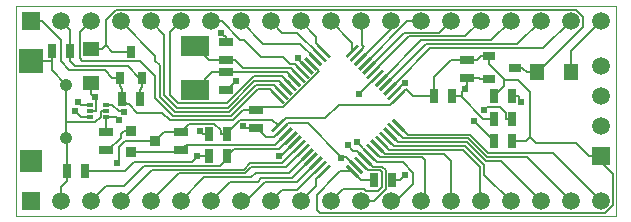
<source format=gbl>
G04 (created by PCBNEW (2013-07-07 BZR 4022)-stable) date 21/01/2015 21:28:15*
%MOIN*%
G04 Gerber Fmt 3.4, Leading zero omitted, Abs format*
%FSLAX34Y34*%
G01*
G70*
G90*
G04 APERTURE LIST*
%ADD10C,0.00590551*%
%ADD11C,0.00393701*%
%ADD12R,0.045X0.025*%
%ADD13R,0.036X0.036*%
%ADD14R,0.025X0.045*%
%ADD15R,0.0590551X0.0590551*%
%ADD16C,0.0590551*%
%ADD17R,0.0827X0.0827*%
%ADD18R,0.0748X0.0748*%
%ADD19C,0.0413*%
%ADD20R,0.0512X0.0551*%
%ADD21R,0.0551X0.0512*%
%ADD22R,0.0394X0.0315*%
%ADD23R,0.019685X0.011811*%
%ADD24R,0.0315X0.0394*%
%ADD25R,0.0944882X0.0669291*%
%ADD26C,0.024*%
%ADD27C,0.006*%
G04 APERTURE END LIST*
G54D10*
G54D11*
X0Y7000D02*
X0Y0D01*
X20000Y7000D02*
X0Y7000D01*
X20000Y0D02*
X20000Y7000D01*
X0Y0D02*
X20000Y0D01*
G54D12*
X7000Y4800D03*
X7000Y4200D03*
X7000Y5200D03*
X7000Y5800D03*
G54D10*
G36*
X8588Y4202D02*
X8977Y3813D01*
X8903Y3739D01*
X8514Y4128D01*
X8588Y4202D01*
X8588Y4202D01*
G37*
G36*
X10989Y5346D02*
X11378Y5735D01*
X11452Y5661D01*
X11063Y5272D01*
X10989Y5346D01*
X10989Y5346D01*
G37*
G36*
X12911Y2797D02*
X12522Y3186D01*
X12596Y3260D01*
X12985Y2871D01*
X12911Y2797D01*
X12911Y2797D01*
G37*
G36*
X10047Y1338D02*
X10436Y1727D01*
X10510Y1653D01*
X10121Y1264D01*
X10047Y1338D01*
X10047Y1338D01*
G37*
G36*
X8728Y4341D02*
X9116Y3952D01*
X9042Y3878D01*
X8653Y4267D01*
X8728Y4341D01*
X8728Y4341D01*
G37*
G36*
X11128Y5207D02*
X11517Y5596D01*
X11591Y5521D01*
X11202Y5133D01*
X11128Y5207D01*
X11128Y5207D01*
G37*
G36*
X12771Y2658D02*
X12383Y3047D01*
X12457Y3121D01*
X12846Y2732D01*
X12771Y2658D01*
X12771Y2658D01*
G37*
G36*
X9908Y1478D02*
X10297Y1866D01*
X10371Y1792D01*
X9982Y1403D01*
X9908Y1478D01*
X9908Y1478D01*
G37*
G36*
X8867Y4481D02*
X9256Y4092D01*
X9181Y4017D01*
X8793Y4406D01*
X8867Y4481D01*
X8867Y4481D01*
G37*
G36*
X11267Y5068D02*
X11656Y5456D01*
X11731Y5382D01*
X11342Y4993D01*
X11267Y5068D01*
X11267Y5068D01*
G37*
G36*
X12632Y2518D02*
X12243Y2907D01*
X12318Y2982D01*
X12706Y2593D01*
X12632Y2518D01*
X12632Y2518D01*
G37*
G36*
X9768Y1617D02*
X10157Y2006D01*
X10232Y1931D01*
X9843Y1543D01*
X9768Y1617D01*
X9768Y1617D01*
G37*
G36*
X9006Y4620D02*
X9395Y4231D01*
X9321Y4157D01*
X8932Y4546D01*
X9006Y4620D01*
X9006Y4620D01*
G37*
G36*
X11407Y4928D02*
X11796Y5317D01*
X11870Y5243D01*
X11481Y4854D01*
X11407Y4928D01*
X11407Y4928D01*
G37*
G36*
X12493Y2379D02*
X12104Y2768D01*
X12178Y2842D01*
X12567Y2453D01*
X12493Y2379D01*
X12493Y2379D01*
G37*
G36*
X9629Y1756D02*
X10018Y2145D01*
X10092Y2071D01*
X9703Y1682D01*
X9629Y1756D01*
X9629Y1756D01*
G37*
G36*
X9145Y4759D02*
X9534Y4370D01*
X9460Y4296D01*
X9071Y4685D01*
X9145Y4759D01*
X9145Y4759D01*
G37*
G36*
X11546Y4789D02*
X11935Y5178D01*
X12009Y5104D01*
X11620Y4715D01*
X11546Y4789D01*
X11546Y4789D01*
G37*
G36*
X12354Y2240D02*
X11965Y2629D01*
X12039Y2703D01*
X12428Y2314D01*
X12354Y2240D01*
X12354Y2240D01*
G37*
G36*
X9490Y1895D02*
X9879Y2284D01*
X9953Y2210D01*
X9564Y1821D01*
X9490Y1895D01*
X9490Y1895D01*
G37*
G36*
X9285Y4899D02*
X9674Y4510D01*
X9599Y4435D01*
X9210Y4824D01*
X9285Y4899D01*
X9285Y4899D01*
G37*
G36*
X11685Y4650D02*
X12074Y5039D01*
X12149Y4964D01*
X11760Y4575D01*
X11685Y4650D01*
X11685Y4650D01*
G37*
G36*
X12214Y2100D02*
X11825Y2489D01*
X11900Y2564D01*
X12289Y2175D01*
X12214Y2100D01*
X12214Y2100D01*
G37*
G36*
X9350Y2035D02*
X9739Y2424D01*
X9814Y2349D01*
X9425Y1960D01*
X9350Y2035D01*
X9350Y2035D01*
G37*
G36*
X9424Y5038D02*
X9813Y4649D01*
X9739Y4575D01*
X9350Y4964D01*
X9424Y5038D01*
X9424Y5038D01*
G37*
G36*
X11825Y4510D02*
X12214Y4899D01*
X12288Y4825D01*
X11899Y4436D01*
X11825Y4510D01*
X11825Y4510D01*
G37*
G36*
X12075Y1961D02*
X11686Y2350D01*
X11760Y2424D01*
X12149Y2035D01*
X12075Y1961D01*
X12075Y1961D01*
G37*
G36*
X9211Y2174D02*
X9600Y2563D01*
X9674Y2489D01*
X9285Y2100D01*
X9211Y2174D01*
X9211Y2174D01*
G37*
G36*
X9563Y5177D02*
X9952Y4788D01*
X9878Y4714D01*
X9489Y5103D01*
X9563Y5177D01*
X9563Y5177D01*
G37*
G36*
X11964Y4371D02*
X12353Y4760D01*
X12427Y4686D01*
X12038Y4297D01*
X11964Y4371D01*
X11964Y4371D01*
G37*
G36*
X11936Y1822D02*
X11547Y2211D01*
X11621Y2285D01*
X12010Y1896D01*
X11936Y1822D01*
X11936Y1822D01*
G37*
G36*
X9072Y2313D02*
X9461Y2702D01*
X9535Y2628D01*
X9146Y2239D01*
X9072Y2313D01*
X9072Y2313D01*
G37*
G36*
X9703Y5316D02*
X10092Y4928D01*
X10017Y4853D01*
X9628Y5242D01*
X9703Y5316D01*
X9703Y5316D01*
G37*
G36*
X12103Y4232D02*
X12492Y4621D01*
X12566Y4546D01*
X12178Y4157D01*
X12103Y4232D01*
X12103Y4232D01*
G37*
G36*
X11796Y1683D02*
X11407Y2071D01*
X11482Y2146D01*
X11871Y1757D01*
X11796Y1683D01*
X11796Y1683D01*
G37*
G36*
X8933Y2453D02*
X9321Y2842D01*
X9396Y2767D01*
X9007Y2378D01*
X8933Y2453D01*
X8933Y2453D01*
G37*
G36*
X9842Y5456D02*
X10231Y5067D01*
X10157Y4993D01*
X9768Y5381D01*
X9842Y5456D01*
X9842Y5456D01*
G37*
G36*
X12243Y4092D02*
X12631Y4481D01*
X12706Y4407D01*
X12317Y4018D01*
X12243Y4092D01*
X12243Y4092D01*
G37*
G36*
X11657Y1543D02*
X11268Y1932D01*
X11342Y2006D01*
X11731Y1618D01*
X11657Y1543D01*
X11657Y1543D01*
G37*
G36*
X8793Y2592D02*
X9182Y2981D01*
X9256Y2907D01*
X8868Y2518D01*
X8793Y2592D01*
X8793Y2592D01*
G37*
G36*
X9981Y5595D02*
X10370Y5206D01*
X10296Y5132D01*
X9907Y5521D01*
X9981Y5595D01*
X9981Y5595D01*
G37*
G36*
X12382Y3953D02*
X12771Y4342D01*
X12845Y4268D01*
X12456Y3879D01*
X12382Y3953D01*
X12382Y3953D01*
G37*
G36*
X11518Y1404D02*
X11129Y1793D01*
X11203Y1867D01*
X11592Y1478D01*
X11518Y1404D01*
X11518Y1404D01*
G37*
G36*
X8654Y2731D02*
X9043Y3120D01*
X9117Y3046D01*
X8728Y2657D01*
X8654Y2731D01*
X8654Y2731D01*
G37*
G36*
X10121Y5734D02*
X10509Y5345D01*
X10435Y5271D01*
X10046Y5660D01*
X10121Y5734D01*
X10121Y5734D01*
G37*
G36*
X12521Y3814D02*
X12910Y4203D01*
X12984Y4128D01*
X12595Y3740D01*
X12521Y3814D01*
X12521Y3814D01*
G37*
G36*
X11378Y1265D02*
X10990Y1654D01*
X11064Y1728D01*
X11453Y1339D01*
X11378Y1265D01*
X11378Y1265D01*
G37*
G36*
X8515Y2871D02*
X8904Y3259D01*
X8978Y3185D01*
X8589Y2796D01*
X8515Y2871D01*
X8515Y2871D01*
G37*
G54D13*
X3850Y2850D03*
X3850Y2150D03*
X4650Y2500D03*
G54D14*
X7050Y2000D03*
X6450Y2000D03*
G54D12*
X15050Y5200D03*
X15050Y4600D03*
G54D14*
X13950Y4000D03*
X14550Y4000D03*
X11950Y1200D03*
X12550Y1200D03*
X7050Y2750D03*
X6450Y2750D03*
G54D12*
X8000Y3550D03*
X8000Y2950D03*
G54D14*
X15950Y4000D03*
X16550Y4000D03*
G54D12*
X3000Y2200D03*
X3000Y2800D03*
G54D14*
X2300Y1500D03*
X1700Y1500D03*
X16550Y2500D03*
X15950Y2500D03*
X16550Y3250D03*
X15950Y3250D03*
G54D15*
X19500Y2000D03*
G54D16*
X19500Y3000D03*
X19500Y4000D03*
X19500Y5000D03*
G54D15*
X500Y500D03*
G54D16*
X1500Y500D03*
X2500Y500D03*
X3500Y500D03*
X4500Y500D03*
X5500Y500D03*
X6500Y500D03*
X7500Y500D03*
X8500Y500D03*
X9500Y500D03*
X10500Y500D03*
X11500Y500D03*
X12500Y500D03*
X13499Y500D03*
X14500Y500D03*
X15500Y500D03*
X16500Y500D03*
X17500Y500D03*
X18500Y500D03*
X19500Y500D03*
G54D15*
X500Y6500D03*
G54D16*
X1500Y6500D03*
X2500Y6500D03*
X3500Y6500D03*
X4500Y6500D03*
X5500Y6500D03*
X6500Y6500D03*
X7500Y6500D03*
X8500Y6500D03*
X9500Y6500D03*
X10500Y6500D03*
X11500Y6500D03*
X12500Y6500D03*
X13499Y6500D03*
X14500Y6500D03*
X15500Y6500D03*
X16500Y6500D03*
X17500Y6500D03*
X18500Y6500D03*
X19500Y6500D03*
G54D17*
X500Y5173D03*
G54D18*
X500Y1827D03*
G54D19*
X1681Y2614D03*
X1681Y4386D03*
G54D20*
X17379Y4800D03*
X18521Y4800D03*
G54D21*
X2500Y5571D03*
X2500Y4429D03*
G54D14*
X1200Y5500D03*
X1800Y5500D03*
G54D22*
X16633Y4950D03*
X15767Y5325D03*
X15767Y4575D03*
G54D23*
X3025Y3500D03*
X3025Y3696D03*
X2474Y3696D03*
X3025Y3303D03*
X2474Y3500D03*
X2474Y3303D03*
G54D24*
X3850Y5483D03*
X3475Y4617D03*
X4225Y4617D03*
G54D14*
X3550Y3900D03*
X4150Y3900D03*
G54D25*
X5983Y4200D03*
X5983Y5657D03*
G54D12*
X5500Y2800D03*
X5500Y2200D03*
G54D26*
X9411Y5283D03*
X6030Y2000D03*
X8780Y2000D03*
X11080Y2360D03*
X3443Y3198D03*
X11370Y2460D03*
X3623Y3478D03*
X11454Y4065D03*
X2635Y3987D03*
X15272Y3184D03*
X12980Y1380D03*
X10840Y1950D03*
X7333Y4488D03*
X7595Y2996D03*
X14994Y4243D03*
X6141Y2854D03*
X12966Y4441D03*
X6838Y6111D03*
X15618Y3527D03*
X1991Y3500D03*
X2065Y3801D03*
X16856Y3814D03*
X3370Y1770D03*
G54D27*
X3765Y3744D02*
X3705Y3744D01*
X7595Y3550D02*
X7253Y3208D01*
X7253Y3208D02*
X5133Y3208D01*
X5133Y3208D02*
X4892Y3450D01*
X4892Y3450D02*
X4060Y3450D01*
X3765Y3744D02*
X4060Y3450D01*
X8000Y3550D02*
X7595Y3550D01*
X3705Y3744D02*
X3550Y3900D01*
X8070Y3635D02*
X8926Y3635D01*
X3475Y4617D02*
X3475Y4329D01*
X500Y6500D02*
X885Y6500D01*
X3475Y4617D02*
X3227Y4617D01*
X3550Y4254D02*
X3550Y3900D01*
X3475Y4329D02*
X3550Y4254D01*
X2979Y4864D02*
X3227Y4617D01*
X1795Y4864D02*
X2979Y4864D01*
X1500Y5159D02*
X1795Y4864D01*
X1500Y5885D02*
X1500Y5159D01*
X885Y6500D02*
X1500Y5885D01*
X8000Y3550D02*
X8000Y3455D01*
X8000Y3455D02*
X8000Y3450D01*
X8926Y3635D02*
X10118Y4827D01*
X8000Y3455D02*
X8070Y3635D01*
X9860Y5085D02*
X10118Y4827D01*
X9721Y4946D02*
X9462Y5204D01*
X9411Y5283D02*
X9462Y5231D01*
X9462Y5231D02*
X9462Y5204D01*
X4225Y4290D02*
X4225Y4617D01*
X4150Y4215D02*
X4225Y4290D01*
X4150Y3900D02*
X4150Y4215D01*
X1800Y6200D02*
X1800Y5500D01*
X1500Y6500D02*
X1800Y6200D01*
X3737Y5002D02*
X4122Y4617D01*
X1982Y5002D02*
X3737Y5002D01*
X1800Y5184D02*
X1982Y5002D01*
X1800Y5500D02*
X1800Y5184D01*
X4225Y4617D02*
X4122Y4617D01*
X6030Y2000D02*
X6030Y1970D01*
X3945Y1805D02*
X3640Y1500D01*
X3640Y1500D02*
X2300Y1500D01*
X5865Y1805D02*
X3945Y1805D01*
X6030Y1970D02*
X5865Y1805D01*
X6030Y2000D02*
X6450Y2000D01*
X8780Y2000D02*
X8832Y2000D01*
X8832Y2000D02*
X9303Y2471D01*
X13819Y5595D02*
X12732Y4508D01*
X17595Y5595D02*
X13819Y5595D01*
X18500Y6500D02*
X17595Y5595D01*
X12474Y4250D02*
X12732Y4508D01*
X16729Y5729D02*
X17500Y6500D01*
X13675Y5729D02*
X16729Y5729D01*
X12335Y4389D02*
X13675Y5729D01*
X9388Y6114D02*
X10139Y5363D01*
X8885Y6114D02*
X9388Y6114D01*
X8500Y6500D02*
X8885Y6114D01*
X9481Y5743D02*
X9999Y5224D01*
X8256Y5743D02*
X9481Y5743D01*
X7500Y6500D02*
X8256Y5743D01*
X5150Y4160D02*
X5150Y4022D01*
X5150Y4160D02*
X5150Y6150D01*
X5500Y6500D02*
X5150Y6150D01*
X8886Y4666D02*
X9163Y4388D01*
X8407Y4666D02*
X8886Y4666D01*
X8407Y4666D02*
X7946Y4666D01*
X7049Y3768D02*
X7946Y4666D01*
X5403Y3768D02*
X7049Y3768D01*
X5150Y4022D02*
X5403Y3768D01*
X8767Y4508D02*
X8766Y4507D01*
X7958Y4508D02*
X8767Y4508D01*
X7068Y3618D02*
X7958Y4508D01*
X5363Y3618D02*
X7068Y3618D01*
X4950Y4032D02*
X5363Y3618D01*
X4950Y6050D02*
X4950Y4032D01*
X4500Y6500D02*
X4950Y6050D01*
X9024Y4249D02*
X8766Y4507D01*
X8885Y4110D02*
X8627Y4368D01*
X8630Y4372D02*
X8627Y4368D01*
X8022Y4372D02*
X8630Y4372D01*
X7118Y3468D02*
X8022Y4372D01*
X5303Y3468D02*
X7118Y3468D01*
X4800Y3972D02*
X5303Y3468D01*
X4800Y5030D02*
X4800Y3972D01*
X4646Y5183D02*
X4800Y5030D01*
X4646Y5353D02*
X4646Y5183D01*
X3500Y6500D02*
X4646Y5353D01*
X8871Y1759D02*
X9443Y2331D01*
X7813Y1759D02*
X8871Y1759D01*
X7604Y1550D02*
X7813Y1759D01*
X4550Y1550D02*
X7604Y1550D01*
X3500Y500D02*
X4550Y1550D01*
X5430Y1430D02*
X4500Y500D01*
X9582Y2192D02*
X9021Y1631D01*
X9021Y1631D02*
X7855Y1631D01*
X7855Y1631D02*
X7653Y1430D01*
X7653Y1430D02*
X5430Y1430D01*
X9120Y1451D02*
X9721Y2053D01*
X8015Y1451D02*
X9120Y1451D01*
X7854Y1290D02*
X8015Y1451D01*
X6290Y1290D02*
X7854Y1290D01*
X5500Y500D02*
X6290Y1290D01*
X9218Y1271D02*
X9861Y1913D01*
X8186Y1271D02*
X9218Y1271D01*
X8066Y1151D02*
X8186Y1271D01*
X7151Y1151D02*
X8066Y1151D01*
X6500Y500D02*
X7151Y1151D01*
X9377Y1151D02*
X10000Y1774D01*
X8321Y1151D02*
X9377Y1151D01*
X7669Y500D02*
X8321Y1151D01*
X7500Y500D02*
X7669Y500D01*
X13529Y5862D02*
X12196Y4528D01*
X15862Y5862D02*
X13529Y5862D01*
X16500Y6500D02*
X15862Y5862D01*
X9389Y885D02*
X10139Y1635D01*
X8885Y885D02*
X9389Y885D01*
X8500Y500D02*
X8885Y885D01*
X10020Y1020D02*
X10020Y1237D01*
X9500Y500D02*
X10020Y1020D01*
X10279Y1496D02*
X10020Y1237D01*
X11500Y1775D02*
X11500Y1759D01*
X10920Y920D02*
X10500Y500D01*
X11600Y920D02*
X10920Y920D01*
X11670Y850D02*
X11600Y920D01*
X12090Y850D02*
X11670Y850D01*
X12200Y960D02*
X12090Y850D01*
X12200Y1460D02*
X12200Y960D01*
X12130Y1530D02*
X12200Y1460D01*
X11730Y1530D02*
X12130Y1530D01*
X11500Y1759D02*
X11730Y1530D01*
X11500Y500D02*
X11930Y500D01*
X11904Y1650D02*
X11639Y1914D01*
X12209Y1650D02*
X11904Y1650D01*
X12330Y1530D02*
X12209Y1650D01*
X12330Y900D02*
X12330Y1530D01*
X11930Y500D02*
X12330Y900D01*
X3025Y3303D02*
X3025Y2825D01*
X3025Y2825D02*
X3000Y2800D01*
X11080Y2360D02*
X11260Y2180D01*
X11260Y2180D02*
X11374Y2180D01*
X11639Y1914D02*
X11374Y2180D01*
X3339Y3303D02*
X3025Y3303D01*
X3443Y3198D02*
X3339Y3303D01*
X11778Y2053D02*
X11786Y2053D01*
X12680Y500D02*
X12500Y500D01*
X13250Y1070D02*
X12680Y500D01*
X13250Y1450D02*
X13250Y1070D01*
X12910Y1790D02*
X13250Y1450D01*
X12050Y1790D02*
X12910Y1790D01*
X11786Y2053D02*
X12050Y1790D01*
X11370Y2460D02*
X11776Y2053D01*
X11778Y2053D02*
X11776Y2053D01*
X3225Y3696D02*
X3025Y3696D01*
X3433Y3488D02*
X3225Y3696D01*
X3613Y3488D02*
X3433Y3488D01*
X3623Y3478D02*
X3613Y3488D01*
X11918Y2193D02*
X11918Y2191D01*
X13630Y630D02*
X13499Y500D01*
X13630Y1860D02*
X13630Y630D01*
X13530Y1959D02*
X13630Y1860D01*
X12150Y1959D02*
X13530Y1959D01*
X11918Y2191D02*
X12150Y1959D01*
X12057Y2332D02*
X12057Y2322D01*
X14500Y1850D02*
X14500Y500D01*
X14270Y2080D02*
X14500Y1850D01*
X12300Y2080D02*
X14270Y2080D01*
X12057Y2322D02*
X12300Y2080D01*
X12196Y2471D02*
X12198Y2471D01*
X15480Y520D02*
X15500Y500D01*
X15480Y1650D02*
X15480Y520D01*
X14920Y2210D02*
X15480Y1650D01*
X12460Y2210D02*
X14920Y2210D01*
X12198Y2471D02*
X12460Y2210D01*
X12336Y2611D02*
X12336Y2603D01*
X15620Y1380D02*
X16500Y500D01*
X15620Y1700D02*
X15620Y1380D01*
X14980Y2339D02*
X15620Y1700D01*
X12600Y2339D02*
X14980Y2339D01*
X12336Y2603D02*
X12600Y2339D01*
X12475Y2750D02*
X12475Y2744D01*
X16170Y1830D02*
X17500Y500D01*
X15670Y1830D02*
X16170Y1830D01*
X15040Y2460D02*
X15670Y1830D01*
X12760Y2460D02*
X15040Y2460D01*
X12475Y2744D02*
X12760Y2460D01*
X13104Y5994D02*
X11917Y4807D01*
X14994Y5994D02*
X13104Y5994D01*
X15500Y6500D02*
X14994Y5994D01*
X12614Y2889D02*
X12620Y2889D01*
X17030Y1970D02*
X18500Y500D01*
X15710Y1970D02*
X17030Y1970D01*
X15090Y2590D02*
X15710Y1970D01*
X12920Y2590D02*
X15090Y2590D01*
X12620Y2889D02*
X12920Y2590D01*
X12753Y3029D02*
X12760Y3029D01*
X17900Y2100D02*
X19500Y500D01*
X15760Y2100D02*
X17900Y2100D01*
X15140Y2720D02*
X15760Y2100D01*
X13070Y2720D02*
X15140Y2720D01*
X12760Y3029D02*
X13070Y2720D01*
X8780Y2230D02*
X7280Y2230D01*
X7280Y2230D02*
X7050Y2000D01*
X9164Y2610D02*
X9160Y2610D01*
X9160Y2610D02*
X8780Y2230D01*
X7050Y2000D02*
X7050Y1910D01*
X3020Y1020D02*
X2500Y500D01*
X3610Y1020D02*
X3020Y1020D01*
X4270Y1680D02*
X3610Y1020D01*
X6819Y1680D02*
X4270Y1680D01*
X7050Y1910D02*
X6819Y1680D01*
X12056Y4668D02*
X11454Y4065D01*
X12946Y6114D02*
X11778Y4946D01*
X14114Y6114D02*
X12946Y6114D01*
X14500Y6500D02*
X14114Y6114D01*
X13052Y6500D02*
X11638Y5086D01*
X13500Y6500D02*
X13052Y6500D01*
X12500Y6225D02*
X11499Y5225D01*
X12500Y6500D02*
X12500Y6225D01*
X11547Y5694D02*
X11618Y5622D01*
X11547Y6452D02*
X11547Y5694D01*
X11500Y6500D02*
X11547Y6452D01*
X11360Y5364D02*
X11618Y5622D01*
X11220Y5779D02*
X11220Y5503D01*
X10500Y6500D02*
X11220Y5779D01*
X10020Y5979D02*
X10020Y5761D01*
X9500Y6500D02*
X10020Y5979D01*
X10278Y5503D02*
X10020Y5761D01*
X3850Y2150D02*
X5450Y2150D01*
X5450Y2150D02*
X5500Y2200D01*
X5871Y2363D02*
X5663Y2363D01*
X5871Y2363D02*
X8639Y2363D01*
X9025Y2749D02*
X8639Y2363D01*
X5663Y2363D02*
X5500Y2200D01*
X8746Y3970D02*
X8487Y4229D01*
X8079Y4229D02*
X8487Y4229D01*
X7188Y3338D02*
X8079Y4229D01*
X5253Y3338D02*
X7188Y3338D01*
X4650Y3942D02*
X5253Y3338D01*
X4650Y4673D02*
X4650Y3942D01*
X4141Y5182D02*
X4650Y4673D01*
X2229Y5182D02*
X4141Y5182D01*
X2134Y5277D02*
X2229Y5182D01*
X2134Y6134D02*
X2134Y5277D01*
X2500Y6500D02*
X2134Y6134D01*
X2474Y3500D02*
X2690Y3500D01*
X2500Y4429D02*
X2500Y4082D01*
X2615Y3967D02*
X2635Y3987D01*
X2690Y3892D02*
X2615Y3967D01*
X2690Y3500D02*
X2690Y3892D01*
X2615Y3967D02*
X2500Y4082D01*
X15522Y2934D02*
X15522Y2927D01*
X15522Y2934D02*
X15272Y3184D01*
X15522Y2927D02*
X15950Y2500D01*
X6866Y6500D02*
X6500Y6500D01*
X7493Y5873D02*
X6866Y6500D01*
X7606Y5873D02*
X7493Y5873D01*
X8185Y5294D02*
X7606Y5873D01*
X8913Y5294D02*
X8185Y5294D01*
X9143Y5064D02*
X8913Y5294D01*
X9323Y5064D02*
X9143Y5064D01*
X9323Y5064D02*
X9323Y5064D01*
X9452Y4935D02*
X9323Y5064D01*
X9452Y4935D02*
X9581Y4806D01*
X12550Y1200D02*
X12800Y1200D01*
X12800Y1200D02*
X12980Y1380D01*
X10840Y1950D02*
X10840Y1980D01*
X10840Y1980D02*
X9730Y3090D01*
X11027Y1970D02*
X11360Y1636D01*
X10860Y1970D02*
X11027Y1970D01*
X10840Y1950D02*
X10860Y1970D01*
X8627Y2630D02*
X8353Y2630D01*
X8886Y2889D02*
X8756Y2759D01*
X8756Y2759D02*
X8627Y2630D01*
X8000Y2984D02*
X8000Y2950D01*
X8000Y2984D02*
X8295Y2689D01*
X8353Y2630D02*
X8295Y2689D01*
X9610Y3090D02*
X9087Y3090D01*
X9087Y3090D02*
X8886Y2889D01*
X9730Y3090D02*
X9610Y3090D01*
X11360Y1636D02*
X11360Y1639D01*
X7000Y4200D02*
X7045Y4200D01*
X7045Y4200D02*
X7333Y4488D01*
X8000Y2950D02*
X7641Y2950D01*
X7641Y2950D02*
X7595Y2996D01*
X6450Y2750D02*
X6234Y2750D01*
X6141Y2854D02*
X6234Y2760D01*
X6234Y2760D02*
X6234Y2750D01*
X1500Y984D02*
X1500Y500D01*
X1700Y1184D02*
X1500Y984D01*
X1700Y1500D02*
X1700Y1184D01*
X1700Y2595D02*
X1700Y1500D01*
X1680Y2614D02*
X1700Y2595D01*
X3025Y3500D02*
X2837Y3500D01*
X2837Y3317D02*
X2837Y3500D01*
X2660Y3140D02*
X2837Y3317D01*
X1680Y3140D02*
X2660Y3140D01*
X1680Y2614D02*
X1680Y3140D01*
X15454Y4600D02*
X15479Y4575D01*
X15050Y4600D02*
X15454Y4600D01*
X15767Y4575D02*
X15479Y4575D01*
X15050Y4600D02*
X15050Y4384D01*
X1015Y5184D02*
X1003Y5172D01*
X1200Y5184D02*
X1015Y5184D01*
X500Y5172D02*
X1003Y5172D01*
X1200Y5500D02*
X1200Y5184D01*
X1680Y3140D02*
X1680Y4385D01*
X1200Y4866D02*
X1200Y5184D01*
X1680Y4385D02*
X1200Y4866D01*
X7000Y5800D02*
X7000Y6015D01*
X14550Y4000D02*
X14765Y4000D01*
X14994Y4329D02*
X15050Y4384D01*
X14994Y4243D02*
X14994Y4329D01*
X14879Y4000D02*
X14765Y4000D01*
X14879Y4128D02*
X14879Y4000D01*
X14994Y4243D02*
X14879Y4128D01*
X15590Y3250D02*
X15950Y3250D01*
X14879Y3960D02*
X15590Y3250D01*
X14879Y4000D02*
X14879Y3960D01*
X12944Y4441D02*
X12966Y4441D01*
X12613Y4110D02*
X12944Y4441D01*
X6934Y6015D02*
X7000Y6015D01*
X6838Y6111D02*
X6934Y6015D01*
X16550Y3250D02*
X16334Y3250D01*
X15720Y3630D02*
X15618Y3527D01*
X16150Y3630D02*
X15720Y3630D01*
X16334Y3445D02*
X16150Y3630D01*
X16334Y3250D02*
X16334Y3445D01*
X3000Y2200D02*
X3090Y2200D01*
X3610Y2850D02*
X3850Y2850D01*
X3510Y2750D02*
X3610Y2850D01*
X3510Y2620D02*
X3510Y2750D01*
X3090Y2200D02*
X3510Y2620D01*
X7000Y4800D02*
X6533Y4800D01*
X6533Y4800D02*
X5983Y4200D01*
X8126Y4800D02*
X9031Y4800D01*
X8126Y4800D02*
X7315Y4800D01*
X7000Y4800D02*
X7315Y4800D01*
X9031Y4800D02*
X9303Y4528D01*
X7000Y5200D02*
X6450Y5200D01*
X6450Y5200D02*
X5983Y5657D01*
X9184Y4925D02*
X7589Y4925D01*
X9442Y4667D02*
X9184Y4925D01*
X7315Y5200D02*
X7000Y5200D01*
X7315Y5200D02*
X7431Y5083D01*
X9184Y4925D02*
X9184Y4925D01*
X7589Y4925D02*
X7431Y5083D01*
X2188Y3303D02*
X1991Y3500D01*
X2474Y3303D02*
X2188Y3303D01*
X18912Y6333D02*
X18912Y6292D01*
X3000Y5705D02*
X3000Y6553D01*
X3000Y6553D02*
X3332Y6885D01*
X3332Y6885D02*
X18663Y6885D01*
X18663Y6885D02*
X18912Y6636D01*
X18912Y6636D02*
X18912Y6333D01*
X17420Y4800D02*
X17379Y4800D01*
X18912Y6292D02*
X17420Y4800D01*
X16920Y4912D02*
X17032Y4800D01*
X16920Y4950D02*
X16920Y4912D01*
X17379Y4800D02*
X17032Y4800D01*
X16632Y4950D02*
X16920Y4950D01*
X2500Y5570D02*
X2845Y5570D01*
X2865Y5570D02*
X3000Y5705D01*
X2845Y5570D02*
X2865Y5570D01*
X3222Y5482D02*
X3850Y5482D01*
X3000Y5705D02*
X3222Y5482D01*
X2169Y3696D02*
X2065Y3801D01*
X2474Y3696D02*
X2169Y3696D01*
X16550Y4000D02*
X16765Y4000D01*
X16765Y3906D02*
X16856Y3814D01*
X16765Y4000D02*
X16765Y3906D01*
X13950Y4000D02*
X13950Y4630D01*
X14520Y5200D02*
X15050Y5200D01*
X13950Y4630D02*
X14520Y5200D01*
X11500Y1220D02*
X11930Y1220D01*
X11223Y1496D02*
X11500Y1220D01*
X11221Y1496D02*
X11223Y1496D01*
X11930Y1220D02*
X11950Y1200D01*
X11221Y1496D02*
X10816Y1496D01*
X10816Y1496D02*
X10660Y1340D01*
X14356Y94D02*
X10145Y94D01*
X10145Y94D02*
X10030Y210D01*
X10030Y210D02*
X10030Y710D01*
X10030Y710D02*
X10660Y1340D01*
X19307Y2000D02*
X19905Y1401D01*
X19905Y1401D02*
X19905Y355D01*
X19905Y355D02*
X19644Y94D01*
X19644Y94D02*
X14356Y94D01*
X10763Y3713D02*
X11723Y3713D01*
X10326Y3276D02*
X10763Y3713D01*
X9845Y3276D02*
X10326Y3276D01*
X9845Y3276D02*
X9014Y3276D01*
X8746Y3028D02*
X8875Y3157D01*
X8875Y3157D02*
X9005Y3286D01*
X9014Y3276D02*
X9005Y3286D01*
X13241Y4000D02*
X13011Y4229D01*
X13734Y4000D02*
X13241Y4000D01*
X13734Y4000D02*
X13950Y4000D01*
X12823Y4042D02*
X13011Y4229D01*
X12823Y4042D02*
X12753Y3971D01*
X12753Y3971D02*
X12495Y3713D01*
X12495Y3713D02*
X11723Y3713D01*
X16272Y4572D02*
X16272Y4322D01*
X16272Y4322D02*
X15950Y4000D01*
X17150Y2650D02*
X17350Y2450D01*
X19114Y2000D02*
X19307Y2000D01*
X18900Y2213D02*
X19114Y2000D01*
X18664Y2450D02*
X18900Y2213D01*
X17350Y2450D02*
X18664Y2450D01*
X16550Y2500D02*
X17000Y2500D01*
X16165Y4679D02*
X15767Y5077D01*
X16272Y4572D02*
X16165Y4679D01*
X15479Y5314D02*
X15365Y5200D01*
X15479Y5325D02*
X15479Y5314D01*
X15767Y5325D02*
X15479Y5325D01*
X15207Y5200D02*
X15365Y5200D01*
X15207Y5200D02*
X15050Y5200D01*
X15767Y5325D02*
X15767Y5077D01*
X16294Y4550D02*
X16272Y4572D01*
X16750Y4550D02*
X16294Y4550D01*
X17150Y4150D02*
X16750Y4550D01*
X17150Y2650D02*
X17150Y4150D01*
X17000Y2500D02*
X17150Y2650D01*
X5500Y2800D02*
X4950Y2800D01*
X4950Y2800D02*
X4650Y2500D01*
X4650Y2500D02*
X3650Y2500D01*
X3650Y2500D02*
X3450Y2300D01*
X3450Y2300D02*
X3450Y1850D01*
X3450Y1850D02*
X3370Y1770D01*
X5985Y3065D02*
X5765Y3065D01*
X6834Y2750D02*
X6834Y2857D01*
X6834Y2857D02*
X6627Y3065D01*
X6627Y3065D02*
X5985Y3065D01*
X7050Y2750D02*
X6834Y2750D01*
X5765Y3065D02*
X5500Y2800D01*
X8555Y3220D02*
X7495Y3220D01*
X8746Y3028D02*
X8555Y3220D01*
X7050Y2774D02*
X7050Y2750D01*
X7495Y3220D02*
X7050Y2774D01*
X19500Y2000D02*
X19307Y2000D01*
X18520Y5520D02*
X19500Y6500D01*
X18520Y4800D02*
X18520Y5520D01*
M02*

</source>
